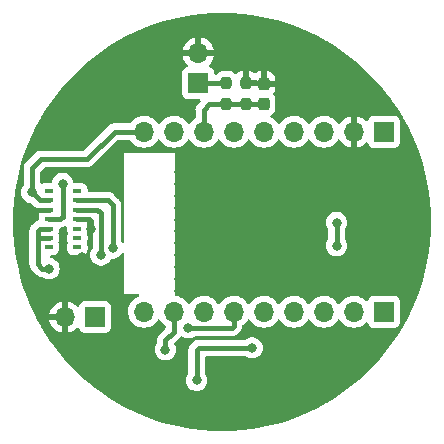
<source format=gbl>
G04 #@! TF.GenerationSoftware,KiCad,Pcbnew,7.0.2*
G04 #@! TF.CreationDate,2025-02-26T19:17:01+01:00*
G04 #@! TF.ProjectId,testESP32_2,74657374-4553-4503-9332-5f322e6b6963,rev?*
G04 #@! TF.SameCoordinates,Original*
G04 #@! TF.FileFunction,Copper,L2,Bot*
G04 #@! TF.FilePolarity,Positive*
%FSLAX46Y46*%
G04 Gerber Fmt 4.6, Leading zero omitted, Abs format (unit mm)*
G04 Created by KiCad (PCBNEW 7.0.2) date 2025-02-26 19:17:01*
%MOMM*%
%LPD*%
G01*
G04 APERTURE LIST*
G04 Aperture macros list*
%AMRoundRect*
0 Rectangle with rounded corners*
0 $1 Rounding radius*
0 $2 $3 $4 $5 $6 $7 $8 $9 X,Y pos of 4 corners*
0 Add a 4 corners polygon primitive as box body*
4,1,4,$2,$3,$4,$5,$6,$7,$8,$9,$2,$3,0*
0 Add four circle primitives for the rounded corners*
1,1,$1+$1,$2,$3*
1,1,$1+$1,$4,$5*
1,1,$1+$1,$6,$7*
1,1,$1+$1,$8,$9*
0 Add four rect primitives between the rounded corners*
20,1,$1+$1,$2,$3,$4,$5,0*
20,1,$1+$1,$4,$5,$6,$7,0*
20,1,$1+$1,$6,$7,$8,$9,0*
20,1,$1+$1,$8,$9,$2,$3,0*%
G04 Aperture macros list end*
G04 #@! TA.AperFunction,SMDPad,CuDef*
%ADD10RoundRect,0.237500X0.237500X-0.250000X0.237500X0.250000X-0.237500X0.250000X-0.237500X-0.250000X0*%
G04 #@! TD*
G04 #@! TA.AperFunction,SMDPad,CuDef*
%ADD11RoundRect,0.237500X-0.237500X0.250000X-0.237500X-0.250000X0.237500X-0.250000X0.237500X0.250000X0*%
G04 #@! TD*
G04 #@! TA.AperFunction,SMDPad,CuDef*
%ADD12RoundRect,0.237500X0.237500X-0.300000X0.237500X0.300000X-0.237500X0.300000X-0.237500X-0.300000X0*%
G04 #@! TD*
G04 #@! TA.AperFunction,ComponentPad*
%ADD13R,1.700000X1.700000*%
G04 #@! TD*
G04 #@! TA.AperFunction,ComponentPad*
%ADD14O,1.700000X1.700000*%
G04 #@! TD*
G04 #@! TA.AperFunction,SMDPad,CuDef*
%ADD15RoundRect,0.087500X0.287500X0.087500X-0.287500X0.087500X-0.287500X-0.087500X0.287500X-0.087500X0*%
G04 #@! TD*
G04 #@! TA.AperFunction,ViaPad*
%ADD16C,0.800000*%
G04 #@! TD*
G04 #@! TA.AperFunction,Conductor*
%ADD17C,0.400000*%
G04 #@! TD*
G04 APERTURE END LIST*
D10*
X202100000Y-68350000D03*
X202100000Y-66525000D03*
D11*
X200450000Y-66525000D03*
X200450000Y-68350000D03*
D12*
X203650000Y-68300000D03*
X203650000Y-66575000D03*
D13*
X213800000Y-70650000D03*
D14*
X211260000Y-70650000D03*
X208720000Y-70650000D03*
X206180000Y-70650000D03*
X203640000Y-70650000D03*
X201100000Y-70650000D03*
X198560000Y-70650000D03*
X196020000Y-70650000D03*
X193480000Y-70650000D03*
X193480000Y-85890000D03*
X196020000Y-85890000D03*
X198560000Y-85890000D03*
X201100000Y-85890000D03*
X203640000Y-85890000D03*
X206180000Y-85890000D03*
X208720000Y-85890000D03*
X211260000Y-85890000D03*
D13*
X213800000Y-85890000D03*
X189350000Y-86350000D03*
D14*
X186810000Y-86350000D03*
D13*
X198100000Y-66550000D03*
D14*
X198100000Y-64010000D03*
D15*
X187850000Y-75650000D03*
X187850000Y-76450000D03*
X187850000Y-77250000D03*
X187850000Y-78050000D03*
X187850000Y-78850000D03*
X187850000Y-79650000D03*
X187850000Y-80450000D03*
X185450000Y-80450000D03*
X185450000Y-79650000D03*
X185450000Y-78850000D03*
X185450000Y-78050000D03*
X185450000Y-77250000D03*
X185450000Y-76450000D03*
X185450000Y-75650000D03*
D16*
X209800000Y-80300000D03*
X209800000Y-78350500D03*
X185450000Y-82250000D03*
X201400000Y-62500000D03*
X206600000Y-89250000D03*
X190000000Y-66400000D03*
X206050000Y-83250000D03*
X211850000Y-89100000D03*
X206100000Y-68300000D03*
X207550000Y-73900000D03*
X183550000Y-77250000D03*
X189000000Y-78850000D03*
X196500000Y-77100000D03*
X212950000Y-75800000D03*
X188250000Y-81300000D03*
X189550000Y-68650000D03*
X204800000Y-65600000D03*
X206950000Y-77400000D03*
X205800000Y-80400000D03*
X209350000Y-64650000D03*
X203050000Y-63000000D03*
X196500000Y-80100000D03*
X189450000Y-74100000D03*
X204550000Y-75850000D03*
X203450000Y-77050000D03*
X188350000Y-82200000D03*
X196500000Y-84100000D03*
X195900000Y-92000000D03*
X196500000Y-76100000D03*
X210950000Y-77100000D03*
X187250000Y-71200000D03*
X195300000Y-62900000D03*
X205850000Y-76500000D03*
X196500000Y-83100000D03*
X200150000Y-63650000D03*
X196500000Y-75100000D03*
X188550000Y-67750000D03*
X203950000Y-93450000D03*
X196500000Y-74100000D03*
X196500000Y-79100000D03*
X196500000Y-81100000D03*
X202250000Y-93550000D03*
X213000000Y-82350000D03*
X196500000Y-78100000D03*
X196500000Y-82100000D03*
X186600000Y-75050000D03*
X197250000Y-87250500D03*
X190850000Y-80500000D03*
X189850000Y-81100000D03*
X184000000Y-75800000D03*
X197950000Y-91700000D03*
X202650000Y-88950000D03*
X195300000Y-89100000D03*
D17*
X204800000Y-66300000D02*
X204800000Y-65600000D01*
X204525000Y-66575000D02*
X204800000Y-66300000D01*
X203650000Y-66575000D02*
X204525000Y-66575000D01*
X203600000Y-66525000D02*
X203650000Y-66575000D01*
X202100000Y-66525000D02*
X203600000Y-66525000D01*
X198560000Y-68790000D02*
X199000000Y-68350000D01*
X198560000Y-70650000D02*
X198560000Y-68790000D01*
X199000000Y-68350000D02*
X200450000Y-68350000D01*
X200500000Y-68300000D02*
X200450000Y-68350000D01*
X203650000Y-68300000D02*
X200500000Y-68300000D01*
X198100000Y-66550000D02*
X200425000Y-66550000D01*
X200425000Y-66550000D02*
X200450000Y-66525000D01*
X184500000Y-79450000D02*
X184500000Y-81850000D01*
X184700000Y-78850000D02*
X184500000Y-79050000D01*
X185450000Y-78850000D02*
X184700000Y-78850000D01*
X184900000Y-82250000D02*
X185450000Y-82250000D01*
X209800000Y-80300000D02*
X209800000Y-78350500D01*
X185450000Y-79650000D02*
X184700000Y-79650000D01*
X184500000Y-79050000D02*
X184500000Y-79450000D01*
X184500000Y-81850000D02*
X184900000Y-82250000D01*
X185450000Y-77250000D02*
X183550000Y-77250000D01*
X188800000Y-78050000D02*
X188900000Y-78150000D01*
X189000000Y-78250000D02*
X189000000Y-78850000D01*
X187850000Y-78050000D02*
X188800000Y-78050000D01*
X188900000Y-78150000D02*
X189000000Y-78250000D01*
X186600000Y-75600000D02*
X186600000Y-75050000D01*
X186500000Y-77950000D02*
X186600000Y-77850000D01*
X186600000Y-77850000D02*
X186600000Y-75600000D01*
X185450000Y-78050000D02*
X186400000Y-78050000D01*
X186400000Y-78050000D02*
X186500000Y-77950000D01*
X197250000Y-87250500D02*
X200949500Y-87250500D01*
X190700000Y-76700000D02*
X190850000Y-76850000D01*
X187850000Y-76450000D02*
X190450000Y-76450000D01*
X190850000Y-76850000D02*
X190850000Y-79850000D01*
X201100000Y-87100000D02*
X201100000Y-85890000D01*
X190450000Y-76450000D02*
X190700000Y-76700000D01*
X190850000Y-79850000D02*
X190850000Y-80500000D01*
X200949500Y-87250500D02*
X201100000Y-87100000D01*
X189550000Y-77250000D02*
X189750000Y-77450000D01*
X189850000Y-77550000D02*
X189850000Y-81100000D01*
X189750000Y-77450000D02*
X189850000Y-77550000D01*
X187850000Y-77250000D02*
X189550000Y-77250000D01*
X188700000Y-72950000D02*
X184800000Y-72950000D01*
X184650000Y-76450000D02*
X185450000Y-76450000D01*
X184800000Y-72950000D02*
X184000000Y-73750000D01*
X193480000Y-70650000D02*
X191000000Y-70650000D01*
X191000000Y-70650000D02*
X188700000Y-72950000D01*
X184000000Y-73750000D02*
X184000000Y-75800000D01*
X184000000Y-75800000D02*
X184650000Y-76450000D01*
X197950000Y-91700000D02*
X197950000Y-89150000D01*
X198150000Y-88950000D02*
X202650000Y-88950000D01*
X197950000Y-89150000D02*
X198150000Y-88950000D01*
X196020000Y-87580000D02*
X196020000Y-85890000D01*
X195300000Y-88300000D02*
X196020000Y-87580000D01*
X195300000Y-89100000D02*
X195300000Y-88300000D01*
G04 #@! TA.AperFunction,Conductor*
G36*
X200939264Y-60620478D02*
G01*
X200945088Y-60620756D01*
X201779514Y-60680435D01*
X201785360Y-60680993D01*
X202615993Y-60780307D01*
X202621791Y-60781140D01*
X203446776Y-60919869D01*
X203452505Y-60920973D01*
X204269919Y-61098791D01*
X204275654Y-61100182D01*
X204736294Y-61223610D01*
X205083690Y-61316694D01*
X205089327Y-61318349D01*
X205886138Y-61573062D01*
X205891673Y-61574977D01*
X206675484Y-61867324D01*
X206680961Y-61869517D01*
X207449929Y-62198808D01*
X207455272Y-62201247D01*
X208207733Y-62566771D01*
X208212973Y-62569473D01*
X208947170Y-62970374D01*
X208952264Y-62973315D01*
X209666554Y-63408698D01*
X209671513Y-63411885D01*
X210364272Y-63880758D01*
X210369074Y-63884177D01*
X210979048Y-64340798D01*
X211038729Y-64385474D01*
X211043361Y-64389115D01*
X211688436Y-64921734D01*
X211692896Y-64925599D01*
X212311875Y-65488289D01*
X212316146Y-65492362D01*
X212907637Y-66083853D01*
X212911710Y-66088124D01*
X213474400Y-66707103D01*
X213478265Y-66711563D01*
X214005252Y-67349818D01*
X214010877Y-67356630D01*
X214014522Y-67361267D01*
X214288556Y-67727334D01*
X214515818Y-68030920D01*
X214519241Y-68035727D01*
X214988110Y-68728480D01*
X214991301Y-68733445D01*
X215426679Y-69447727D01*
X215429630Y-69452838D01*
X215830523Y-70187020D01*
X215833228Y-70192266D01*
X216198746Y-70944715D01*
X216201197Y-70950083D01*
X216530481Y-71719036D01*
X216532675Y-71724515D01*
X216825014Y-72508305D01*
X216826944Y-72513883D01*
X217081644Y-73310654D01*
X217083307Y-73316317D01*
X217299817Y-74124345D01*
X217301208Y-74130080D01*
X217479019Y-74947461D01*
X217480136Y-74953256D01*
X217618855Y-75778187D01*
X217619695Y-75784029D01*
X217719004Y-76614625D01*
X217719565Y-76620500D01*
X217779241Y-77454875D01*
X217779522Y-77460770D01*
X217799429Y-78297049D01*
X217799429Y-78302951D01*
X217779522Y-79139229D01*
X217779241Y-79145124D01*
X217719565Y-79979499D01*
X217719004Y-79985374D01*
X217619695Y-80815970D01*
X217618855Y-80821812D01*
X217480136Y-81646743D01*
X217479019Y-81652538D01*
X217301208Y-82469919D01*
X217299817Y-82475654D01*
X217083307Y-83283682D01*
X217081644Y-83289345D01*
X216826944Y-84086116D01*
X216825014Y-84091694D01*
X216532675Y-84875484D01*
X216530481Y-84880963D01*
X216201197Y-85649916D01*
X216198746Y-85655284D01*
X215833228Y-86407733D01*
X215830523Y-86412979D01*
X215429630Y-87147161D01*
X215426679Y-87152272D01*
X214991301Y-87866554D01*
X214988110Y-87871519D01*
X214519241Y-88564272D01*
X214515818Y-88569079D01*
X214014525Y-89238729D01*
X214010877Y-89243369D01*
X213478265Y-89888436D01*
X213474400Y-89892896D01*
X212911710Y-90511875D01*
X212907637Y-90516146D01*
X212316146Y-91107637D01*
X212311875Y-91111710D01*
X211692896Y-91674400D01*
X211688436Y-91678265D01*
X211043369Y-92210877D01*
X211038729Y-92214525D01*
X210369079Y-92715818D01*
X210364272Y-92719241D01*
X209671519Y-93188110D01*
X209666554Y-93191301D01*
X208952272Y-93626679D01*
X208947161Y-93629630D01*
X208212979Y-94030523D01*
X208207733Y-94033228D01*
X207455284Y-94398746D01*
X207449916Y-94401197D01*
X206680963Y-94730481D01*
X206675484Y-94732675D01*
X205891694Y-95025014D01*
X205886116Y-95026944D01*
X205089345Y-95281644D01*
X205083682Y-95283307D01*
X204275654Y-95499817D01*
X204269919Y-95501208D01*
X203452538Y-95679019D01*
X203446743Y-95680136D01*
X202621812Y-95818855D01*
X202615970Y-95819695D01*
X201785374Y-95919004D01*
X201779499Y-95919565D01*
X200945124Y-95979241D01*
X200939229Y-95979522D01*
X200102951Y-95999429D01*
X200097049Y-95999429D01*
X199260770Y-95979522D01*
X199254875Y-95979241D01*
X198420500Y-95919565D01*
X198414625Y-95919004D01*
X197584029Y-95819695D01*
X197578187Y-95818855D01*
X196753256Y-95680136D01*
X196747461Y-95679019D01*
X195930080Y-95501208D01*
X195924345Y-95499817D01*
X195116317Y-95283307D01*
X195110654Y-95281644D01*
X194313883Y-95026944D01*
X194308305Y-95025014D01*
X193524515Y-94732675D01*
X193519036Y-94730481D01*
X192750083Y-94401197D01*
X192744715Y-94398746D01*
X191992266Y-94033228D01*
X191987020Y-94030523D01*
X191252838Y-93629630D01*
X191247727Y-93626679D01*
X190533445Y-93191301D01*
X190528480Y-93188110D01*
X189835727Y-92719241D01*
X189830920Y-92715818D01*
X189372819Y-92372888D01*
X189161267Y-92214522D01*
X189156630Y-92210877D01*
X188537887Y-91700000D01*
X197044540Y-91700000D01*
X197064326Y-91888257D01*
X197122820Y-92068284D01*
X197217466Y-92232216D01*
X197344129Y-92372889D01*
X197497269Y-92484151D01*
X197670197Y-92561144D01*
X197855352Y-92600500D01*
X198044646Y-92600500D01*
X198044648Y-92600500D01*
X198168083Y-92574262D01*
X198229803Y-92561144D01*
X198402730Y-92484151D01*
X198555871Y-92372888D01*
X198682533Y-92232216D01*
X198777179Y-92068284D01*
X198835674Y-91888256D01*
X198855460Y-91700000D01*
X198835674Y-91511744D01*
X198777179Y-91331716D01*
X198777179Y-91331715D01*
X198682532Y-91167783D01*
X198682345Y-91167575D01*
X198682013Y-91166884D01*
X198676017Y-91156498D01*
X198676810Y-91156040D01*
X198652119Y-91104582D01*
X198650500Y-91084608D01*
X198650500Y-89774500D01*
X198670185Y-89707461D01*
X198722989Y-89661706D01*
X198774500Y-89650500D01*
X202041844Y-89650500D01*
X202108883Y-89670185D01*
X202114722Y-89674176D01*
X202197270Y-89734151D01*
X202197271Y-89734151D01*
X202197272Y-89734152D01*
X202370197Y-89811144D01*
X202555352Y-89850500D01*
X202744646Y-89850500D01*
X202744648Y-89850500D01*
X202868084Y-89824262D01*
X202929803Y-89811144D01*
X203102730Y-89734151D01*
X203190772Y-89670185D01*
X203255870Y-89622889D01*
X203382533Y-89482216D01*
X203477179Y-89318284D01*
X203486936Y-89288256D01*
X203535674Y-89138256D01*
X203555460Y-88950000D01*
X203535674Y-88761744D01*
X203477179Y-88581716D01*
X203477179Y-88581715D01*
X203382533Y-88417783D01*
X203255870Y-88277110D01*
X203102730Y-88165848D01*
X202929802Y-88088855D01*
X202744648Y-88049500D01*
X202744646Y-88049500D01*
X202555354Y-88049500D01*
X202555352Y-88049500D01*
X202370197Y-88088855D01*
X202197272Y-88165847D01*
X202114730Y-88225818D01*
X202048923Y-88249298D01*
X202041844Y-88249500D01*
X198174921Y-88249500D01*
X198167434Y-88249274D01*
X198107391Y-88245641D01*
X198048227Y-88256483D01*
X198040828Y-88257610D01*
X197981124Y-88264860D01*
X197971651Y-88268453D01*
X197950047Y-88274476D01*
X197940069Y-88276305D01*
X197885225Y-88300987D01*
X197878310Y-88303851D01*
X197822070Y-88325181D01*
X197813723Y-88330943D01*
X197794187Y-88341961D01*
X197784944Y-88346121D01*
X197737608Y-88383205D01*
X197731582Y-88387639D01*
X197682072Y-88421816D01*
X197642184Y-88466838D01*
X197637052Y-88472289D01*
X197472290Y-88637051D01*
X197466838Y-88642183D01*
X197421816Y-88682070D01*
X197387649Y-88731568D01*
X197383213Y-88737597D01*
X197346121Y-88784942D01*
X197341961Y-88794186D01*
X197330941Y-88813725D01*
X197325182Y-88822069D01*
X197303853Y-88878305D01*
X197300989Y-88885219D01*
X197276303Y-88940070D01*
X197274475Y-88950047D01*
X197268454Y-88971648D01*
X197264859Y-88981128D01*
X197257609Y-89040827D01*
X197256483Y-89048226D01*
X197245641Y-89107390D01*
X197249274Y-89167433D01*
X197249500Y-89174920D01*
X197249500Y-91084608D01*
X197229815Y-91151647D01*
X197217655Y-91167575D01*
X197217467Y-91167783D01*
X197122820Y-91331715D01*
X197064326Y-91511742D01*
X197044540Y-91700000D01*
X188537887Y-91700000D01*
X188511563Y-91678265D01*
X188507103Y-91674400D01*
X187888124Y-91111710D01*
X187883853Y-91107637D01*
X187292362Y-90516146D01*
X187288289Y-90511875D01*
X186725599Y-89892896D01*
X186721734Y-89888436D01*
X186718196Y-89884151D01*
X186189115Y-89243361D01*
X186185474Y-89238729D01*
X186137707Y-89174920D01*
X185684177Y-88569074D01*
X185680758Y-88564272D01*
X185644115Y-88510132D01*
X185211885Y-87871513D01*
X185208698Y-87866554D01*
X185203809Y-87858533D01*
X184773315Y-87152264D01*
X184770369Y-87147161D01*
X184754811Y-87118669D01*
X184471597Y-86600000D01*
X185479364Y-86600000D01*
X185536569Y-86813492D01*
X185636399Y-87027576D01*
X185771893Y-87221081D01*
X185938918Y-87388106D01*
X186132423Y-87523600D01*
X186346509Y-87623430D01*
X186560000Y-87680634D01*
X186560000Y-86785501D01*
X186667685Y-86834680D01*
X186774237Y-86850000D01*
X186845763Y-86850000D01*
X186952315Y-86834680D01*
X187060000Y-86785501D01*
X187060000Y-87680633D01*
X187273490Y-87623430D01*
X187487576Y-87523600D01*
X187681077Y-87388109D01*
X187803133Y-87266053D01*
X187864456Y-87232568D01*
X187934148Y-87237552D01*
X187990082Y-87279423D01*
X188006996Y-87310399D01*
X188056204Y-87442331D01*
X188142454Y-87557546D01*
X188257669Y-87643796D01*
X188392517Y-87694091D01*
X188452127Y-87700500D01*
X190247872Y-87700499D01*
X190307483Y-87694091D01*
X190442331Y-87643796D01*
X190557546Y-87557546D01*
X190643796Y-87442331D01*
X190694091Y-87307483D01*
X190700500Y-87247873D01*
X190700499Y-85452128D01*
X190694091Y-85392517D01*
X190643796Y-85257669D01*
X190557546Y-85142454D01*
X190442331Y-85056204D01*
X190307483Y-85005909D01*
X190247873Y-84999500D01*
X190244550Y-84999500D01*
X188455439Y-84999500D01*
X188455420Y-84999500D01*
X188452128Y-84999501D01*
X188448848Y-84999853D01*
X188448840Y-84999854D01*
X188392515Y-85005909D01*
X188257669Y-85056204D01*
X188142454Y-85142454D01*
X188056204Y-85257669D01*
X188006997Y-85389599D01*
X187965125Y-85445532D01*
X187899661Y-85469949D01*
X187831388Y-85455097D01*
X187803134Y-85433946D01*
X187681081Y-85311893D01*
X187487576Y-85176399D01*
X187273492Y-85076569D01*
X187060000Y-85019364D01*
X187060000Y-85914498D01*
X186952315Y-85865320D01*
X186845763Y-85850000D01*
X186774237Y-85850000D01*
X186667685Y-85865320D01*
X186560000Y-85914498D01*
X186560000Y-85019364D01*
X186559999Y-85019364D01*
X186346507Y-85076569D01*
X186132421Y-85176400D01*
X185938921Y-85311890D01*
X185771890Y-85478921D01*
X185636400Y-85672421D01*
X185536569Y-85886507D01*
X185479364Y-86099999D01*
X185479364Y-86100000D01*
X186376314Y-86100000D01*
X186350507Y-86140156D01*
X186310000Y-86278111D01*
X186310000Y-86421889D01*
X186350507Y-86559844D01*
X186376314Y-86600000D01*
X185479364Y-86600000D01*
X184471597Y-86600000D01*
X184369473Y-86412973D01*
X184366771Y-86407733D01*
X184344571Y-86362032D01*
X184001247Y-85655272D01*
X183998802Y-85649916D01*
X183915522Y-85455439D01*
X183669517Y-84880961D01*
X183667324Y-84875484D01*
X183658380Y-84851505D01*
X183374977Y-84091673D01*
X183373062Y-84086138D01*
X183118349Y-83289327D01*
X183116692Y-83283682D01*
X182900182Y-82475654D01*
X182898791Y-82469919D01*
X182874402Y-82357804D01*
X182720973Y-81652505D01*
X182719869Y-81646776D01*
X182581140Y-80821791D01*
X182580307Y-80815993D01*
X182480993Y-79985360D01*
X182480434Y-79979499D01*
X182479596Y-79967781D01*
X182420756Y-79145088D01*
X182420478Y-79139264D01*
X182400570Y-78302940D01*
X182400570Y-78297049D01*
X182400794Y-78287639D01*
X182420478Y-77460733D01*
X182420756Y-77454913D01*
X182480435Y-76620481D01*
X182480995Y-76614625D01*
X182578395Y-75800000D01*
X183094540Y-75800000D01*
X183103286Y-75883216D01*
X183114326Y-75988257D01*
X183172820Y-76168284D01*
X183267466Y-76332216D01*
X183394129Y-76472889D01*
X183547269Y-76584151D01*
X183720197Y-76661144D01*
X183875126Y-76694075D01*
X183936608Y-76727267D01*
X183937027Y-76727684D01*
X184137058Y-76927715D01*
X184142178Y-76933153D01*
X184182071Y-76978183D01*
X184182072Y-76978184D01*
X184231573Y-77012352D01*
X184237591Y-77016780D01*
X184284944Y-77053878D01*
X184294180Y-77058034D01*
X184313731Y-77069062D01*
X184322066Y-77074816D01*
X184322068Y-77074816D01*
X184322070Y-77074818D01*
X184378326Y-77096152D01*
X184385220Y-77099009D01*
X184440069Y-77123695D01*
X184450044Y-77125522D01*
X184471656Y-77131547D01*
X184481128Y-77135140D01*
X184540841Y-77142390D01*
X184548185Y-77143507D01*
X184607394Y-77154358D01*
X184664102Y-77150927D01*
X184667434Y-77150726D01*
X184674921Y-77150500D01*
X184962934Y-77150500D01*
X185029973Y-77170185D01*
X185075728Y-77222989D01*
X185085672Y-77292147D01*
X185056647Y-77355703D01*
X185010387Y-77389061D01*
X184946410Y-77415561D01*
X184898957Y-77425000D01*
X184581451Y-77425000D01*
X184581449Y-77425001D01*
X184590120Y-77490868D01*
X184636109Y-77601896D01*
X184643578Y-77671365D01*
X184636109Y-77696800D01*
X184589635Y-77808999D01*
X184589634Y-77809001D01*
X184589635Y-77809001D01*
X184574500Y-77923960D01*
X184574500Y-77928013D01*
X184574500Y-78058133D01*
X184554815Y-78125172D01*
X184502011Y-78170927D01*
X184501390Y-78171209D01*
X184435226Y-78200986D01*
X184428310Y-78203851D01*
X184372070Y-78225181D01*
X184363723Y-78230943D01*
X184344187Y-78241961D01*
X184334944Y-78246121D01*
X184287608Y-78283205D01*
X184281582Y-78287639D01*
X184232072Y-78321816D01*
X184192184Y-78366838D01*
X184187052Y-78372289D01*
X184022290Y-78537051D01*
X184016838Y-78542183D01*
X183971816Y-78582070D01*
X183937649Y-78631568D01*
X183933213Y-78637597D01*
X183896121Y-78684942D01*
X183891961Y-78694186D01*
X183880941Y-78713725D01*
X183875182Y-78722069D01*
X183853853Y-78778305D01*
X183850989Y-78785219D01*
X183826303Y-78840070D01*
X183824475Y-78850047D01*
X183818454Y-78871648D01*
X183814859Y-78881128D01*
X183807609Y-78940827D01*
X183806483Y-78948226D01*
X183795641Y-79007390D01*
X183799274Y-79067433D01*
X183799500Y-79074920D01*
X183799500Y-81825079D01*
X183799274Y-81832566D01*
X183795641Y-81892607D01*
X183806483Y-81951771D01*
X183807610Y-81959172D01*
X183814860Y-82018873D01*
X183818450Y-82028339D01*
X183824475Y-82049952D01*
X183826303Y-82059929D01*
X183850991Y-82114783D01*
X183853856Y-82121701D01*
X183875180Y-82177926D01*
X183875182Y-82177930D01*
X183880941Y-82186273D01*
X183891961Y-82205813D01*
X183896120Y-82215054D01*
X183933216Y-82262405D01*
X183937651Y-82268432D01*
X183971817Y-82317929D01*
X184016847Y-82357822D01*
X184022283Y-82362940D01*
X184387058Y-82727715D01*
X184392178Y-82733153D01*
X184432071Y-82778183D01*
X184432072Y-82778184D01*
X184481569Y-82812349D01*
X184487602Y-82816788D01*
X184534943Y-82853877D01*
X184544174Y-82858031D01*
X184563726Y-82869058D01*
X184572070Y-82874818D01*
X184628322Y-82896151D01*
X184635228Y-82899012D01*
X184690068Y-82923694D01*
X184700030Y-82925519D01*
X184721650Y-82931546D01*
X184731125Y-82935139D01*
X184731128Y-82935140D01*
X184790856Y-82942392D01*
X184798206Y-82943510D01*
X184857394Y-82954357D01*
X184857397Y-82954356D01*
X184869851Y-82956639D01*
X184920385Y-82978291D01*
X184997269Y-83034151D01*
X185170197Y-83111144D01*
X185355352Y-83150500D01*
X185544646Y-83150500D01*
X185544648Y-83150500D01*
X185668084Y-83124262D01*
X185729803Y-83111144D01*
X185902730Y-83034151D01*
X186009417Y-82956639D01*
X186055870Y-82922889D01*
X186099154Y-82874818D01*
X186182533Y-82782216D01*
X186277179Y-82618284D01*
X186335674Y-82438256D01*
X186355460Y-82250000D01*
X186335674Y-82061744D01*
X186280718Y-81892607D01*
X186277179Y-81881715D01*
X186182533Y-81717783D01*
X186055870Y-81577110D01*
X185902730Y-81465848D01*
X185729802Y-81388855D01*
X185644811Y-81370790D01*
X185583329Y-81337598D01*
X185549553Y-81276435D01*
X185554205Y-81206720D01*
X185595810Y-81150588D01*
X185661157Y-81125859D01*
X185670592Y-81125500D01*
X185771987Y-81125500D01*
X185776040Y-81125500D01*
X185890999Y-81110365D01*
X186034037Y-81051117D01*
X186156867Y-80956867D01*
X186251117Y-80834037D01*
X186310365Y-80690999D01*
X186325500Y-80576040D01*
X186325500Y-80323960D01*
X186310365Y-80209001D01*
X186264159Y-80097451D01*
X186256691Y-80027984D01*
X186264160Y-80002548D01*
X186310365Y-79890999D01*
X186325500Y-79776040D01*
X186325500Y-79523960D01*
X186310365Y-79409001D01*
X186264159Y-79297451D01*
X186256691Y-79227984D01*
X186264160Y-79202548D01*
X186310365Y-79090999D01*
X186325500Y-78976040D01*
X186325500Y-78879000D01*
X186345185Y-78811962D01*
X186397989Y-78766207D01*
X186428435Y-78760560D01*
X186427796Y-78757072D01*
X186442605Y-78754357D01*
X186442606Y-78754358D01*
X186501782Y-78743513D01*
X186509181Y-78742387D01*
X186568872Y-78735140D01*
X186578335Y-78731550D01*
X186599958Y-78725522D01*
X186609932Y-78723695D01*
X186664808Y-78698996D01*
X186671673Y-78696152D01*
X186727930Y-78674818D01*
X186736270Y-78669060D01*
X186755819Y-78658035D01*
X186765057Y-78653878D01*
X186774026Y-78646850D01*
X186838937Y-78621001D01*
X186907520Y-78634349D01*
X186958000Y-78682656D01*
X186974500Y-78744461D01*
X186974500Y-78976040D01*
X186975029Y-78980058D01*
X186989635Y-79091000D01*
X187035839Y-79202548D01*
X187043308Y-79272017D01*
X187035839Y-79297452D01*
X186989635Y-79408999D01*
X186989634Y-79409001D01*
X186989635Y-79409001D01*
X186974500Y-79523960D01*
X186974500Y-79776040D01*
X186975029Y-79780058D01*
X186989635Y-79891000D01*
X187035839Y-80002548D01*
X187043308Y-80072017D01*
X187035839Y-80097452D01*
X186989635Y-80208999D01*
X186977654Y-80300000D01*
X186974500Y-80323960D01*
X186974500Y-80576040D01*
X186975029Y-80580058D01*
X186989635Y-80691000D01*
X187048882Y-80834036D01*
X187143132Y-80956867D01*
X187241332Y-81032217D01*
X187265963Y-81051117D01*
X187409001Y-81110365D01*
X187523960Y-81125500D01*
X188171987Y-81125500D01*
X188176040Y-81125500D01*
X188290999Y-81110365D01*
X188434037Y-81051117D01*
X188556867Y-80956867D01*
X188651117Y-80834037D01*
X188710365Y-80690999D01*
X188725500Y-80576040D01*
X188725500Y-80323960D01*
X188710365Y-80209001D01*
X188664159Y-80097451D01*
X188656691Y-80027984D01*
X188664160Y-80002548D01*
X188710365Y-79890999D01*
X188725500Y-79776040D01*
X188725500Y-79523960D01*
X188710365Y-79409001D01*
X188664159Y-79297451D01*
X188656691Y-79227984D01*
X188664160Y-79202548D01*
X188710365Y-79090999D01*
X188725500Y-78976040D01*
X188725500Y-78723960D01*
X188710365Y-78609001D01*
X188663889Y-78496799D01*
X188656421Y-78427331D01*
X188663890Y-78401895D01*
X188709878Y-78290867D01*
X188718551Y-78225000D01*
X188401043Y-78225000D01*
X188353590Y-78215561D01*
X188352373Y-78215057D01*
X188290999Y-78189635D01*
X188290998Y-78189634D01*
X188289613Y-78189061D01*
X188235210Y-78145220D01*
X188213145Y-78078926D01*
X188230424Y-78011227D01*
X188281561Y-77963616D01*
X188337066Y-77950500D01*
X189025500Y-77950500D01*
X189092539Y-77970185D01*
X189138294Y-78022989D01*
X189149500Y-78074500D01*
X189149500Y-80484608D01*
X189129815Y-80551647D01*
X189117655Y-80567575D01*
X189117467Y-80567783D01*
X189022820Y-80731715D01*
X188964326Y-80911742D01*
X188944540Y-81099999D01*
X188964326Y-81288257D01*
X189022820Y-81468284D01*
X189117466Y-81632216D01*
X189244129Y-81772889D01*
X189397269Y-81884151D01*
X189570197Y-81961144D01*
X189755352Y-82000500D01*
X189944646Y-82000500D01*
X189944648Y-82000500D01*
X190068084Y-81974262D01*
X190129803Y-81961144D01*
X190302730Y-81884151D01*
X190455871Y-81772888D01*
X190582533Y-81632216D01*
X190677179Y-81468284D01*
X190677178Y-81468284D01*
X190680518Y-81462501D01*
X190731084Y-81414285D01*
X190787905Y-81400500D01*
X190944648Y-81400500D01*
X191068084Y-81374262D01*
X191129803Y-81361144D01*
X191302730Y-81284151D01*
X191455871Y-81172888D01*
X191582533Y-81032216D01*
X191608612Y-80987044D01*
X191659179Y-80938829D01*
X191727786Y-80925605D01*
X191792651Y-80951573D01*
X191833180Y-81008487D01*
X191840000Y-81049044D01*
X191840000Y-84370000D01*
X192992910Y-84370000D01*
X193059949Y-84389685D01*
X193105704Y-84442489D01*
X193115648Y-84511647D01*
X193086623Y-84575203D01*
X193027845Y-84612977D01*
X193025003Y-84613775D01*
X193016336Y-84616097D01*
X192802170Y-84715965D01*
X192608598Y-84851505D01*
X192441505Y-85018598D01*
X192305965Y-85212170D01*
X192206097Y-85426336D01*
X192144936Y-85654592D01*
X192124340Y-85889999D01*
X192144936Y-86125407D01*
X192185853Y-86278111D01*
X192206097Y-86353663D01*
X192305965Y-86567830D01*
X192441505Y-86761401D01*
X192608599Y-86928495D01*
X192802170Y-87064035D01*
X193016337Y-87163903D01*
X193244592Y-87225063D01*
X193480000Y-87245659D01*
X193715408Y-87225063D01*
X193943663Y-87163903D01*
X194157830Y-87064035D01*
X194351401Y-86928495D01*
X194518495Y-86761401D01*
X194648426Y-86575839D01*
X194703002Y-86532216D01*
X194772500Y-86525022D01*
X194834855Y-86556545D01*
X194851571Y-86575837D01*
X194981505Y-86761401D01*
X195148599Y-86928495D01*
X195225485Y-86982331D01*
X195266623Y-87011136D01*
X195310248Y-87065713D01*
X195319500Y-87112711D01*
X195319500Y-87238480D01*
X195299815Y-87305519D01*
X195283181Y-87326161D01*
X194822290Y-87787051D01*
X194816838Y-87792183D01*
X194771816Y-87832070D01*
X194737649Y-87881568D01*
X194733213Y-87887597D01*
X194696121Y-87934942D01*
X194691961Y-87944186D01*
X194680941Y-87963725D01*
X194675182Y-87972069D01*
X194653853Y-88028305D01*
X194650989Y-88035219D01*
X194626303Y-88090070D01*
X194624475Y-88100047D01*
X194618454Y-88121648D01*
X194614859Y-88131128D01*
X194607609Y-88190827D01*
X194606483Y-88198226D01*
X194595641Y-88257390D01*
X194599274Y-88317433D01*
X194599500Y-88324920D01*
X194599500Y-88484608D01*
X194579815Y-88551647D01*
X194567655Y-88567575D01*
X194567467Y-88567783D01*
X194472820Y-88731715D01*
X194414326Y-88911742D01*
X194394540Y-89100000D01*
X194414326Y-89288257D01*
X194472820Y-89468284D01*
X194567466Y-89632216D01*
X194694129Y-89772889D01*
X194847269Y-89884151D01*
X195020197Y-89961144D01*
X195205352Y-90000500D01*
X195394646Y-90000500D01*
X195394648Y-90000500D01*
X195518083Y-89974262D01*
X195579803Y-89961144D01*
X195752730Y-89884151D01*
X195853216Y-89811144D01*
X195905870Y-89772889D01*
X196032533Y-89632216D01*
X196127179Y-89468284D01*
X196175917Y-89318284D01*
X196185674Y-89288256D01*
X196205460Y-89100000D01*
X196185674Y-88911744D01*
X196129090Y-88737597D01*
X196127179Y-88731715D01*
X196076571Y-88644059D01*
X196060098Y-88576159D01*
X196082951Y-88510132D01*
X196096271Y-88494384D01*
X196497731Y-88092924D01*
X196503150Y-88087823D01*
X196548183Y-88047929D01*
X196565317Y-88023105D01*
X196619599Y-87979115D01*
X196689047Y-87971454D01*
X196740251Y-87993225D01*
X196743170Y-87995345D01*
X196797272Y-88034653D01*
X196970197Y-88111644D01*
X197155352Y-88151000D01*
X197344646Y-88151000D01*
X197344648Y-88151000D01*
X197482737Y-88121648D01*
X197529803Y-88111644D01*
X197702730Y-88034651D01*
X197785270Y-87974681D01*
X197851077Y-87951202D01*
X197858156Y-87951000D01*
X200924579Y-87951000D01*
X200932066Y-87951226D01*
X200935206Y-87951415D01*
X200992106Y-87954858D01*
X201051282Y-87944013D01*
X201058681Y-87942887D01*
X201118372Y-87935640D01*
X201127835Y-87932050D01*
X201149458Y-87926022D01*
X201159432Y-87924195D01*
X201214308Y-87899496D01*
X201221173Y-87896652D01*
X201277430Y-87875318D01*
X201285770Y-87869560D01*
X201305319Y-87858535D01*
X201314557Y-87854378D01*
X201361913Y-87817275D01*
X201367920Y-87812855D01*
X201417429Y-87778683D01*
X201457323Y-87733650D01*
X201462424Y-87728231D01*
X201577731Y-87612924D01*
X201583150Y-87607823D01*
X201628183Y-87567929D01*
X201662351Y-87518426D01*
X201666763Y-87512428D01*
X201703878Y-87465057D01*
X201708034Y-87455820D01*
X201719062Y-87436267D01*
X201724818Y-87427930D01*
X201746153Y-87371671D01*
X201748997Y-87364803D01*
X201773694Y-87309932D01*
X201775519Y-87299970D01*
X201781545Y-87278348D01*
X201785140Y-87268872D01*
X201792389Y-87209165D01*
X201793516Y-87201762D01*
X201804357Y-87142606D01*
X201802909Y-87118668D01*
X201818510Y-87050563D01*
X201855558Y-87009608D01*
X201971401Y-86928495D01*
X202138495Y-86761401D01*
X202268426Y-86575839D01*
X202323002Y-86532216D01*
X202392500Y-86525022D01*
X202454855Y-86556545D01*
X202471571Y-86575837D01*
X202601505Y-86761401D01*
X202768599Y-86928495D01*
X202962170Y-87064035D01*
X203176337Y-87163903D01*
X203404592Y-87225063D01*
X203640000Y-87245659D01*
X203875408Y-87225063D01*
X204103663Y-87163903D01*
X204317830Y-87064035D01*
X204511401Y-86928495D01*
X204678495Y-86761401D01*
X204808426Y-86575839D01*
X204863002Y-86532216D01*
X204932500Y-86525022D01*
X204994855Y-86556545D01*
X205011571Y-86575837D01*
X205141505Y-86761401D01*
X205308599Y-86928495D01*
X205502170Y-87064035D01*
X205716337Y-87163903D01*
X205944592Y-87225063D01*
X206180000Y-87245659D01*
X206415408Y-87225063D01*
X206643663Y-87163903D01*
X206857830Y-87064035D01*
X207051401Y-86928495D01*
X207218495Y-86761401D01*
X207348426Y-86575839D01*
X207403002Y-86532217D01*
X207472501Y-86525024D01*
X207534855Y-86556546D01*
X207551571Y-86575837D01*
X207681505Y-86761401D01*
X207848599Y-86928495D01*
X208042170Y-87064035D01*
X208256337Y-87163903D01*
X208469731Y-87221081D01*
X208484592Y-87225063D01*
X208719999Y-87245659D01*
X208719999Y-87245658D01*
X208720000Y-87245659D01*
X208955408Y-87225063D01*
X209183663Y-87163903D01*
X209397830Y-87064035D01*
X209591401Y-86928495D01*
X209758495Y-86761401D01*
X209888426Y-86575839D01*
X209943002Y-86532217D01*
X210012501Y-86525024D01*
X210074855Y-86556546D01*
X210091571Y-86575837D01*
X210221505Y-86761401D01*
X210388599Y-86928495D01*
X210582170Y-87064035D01*
X210796337Y-87163903D01*
X211009731Y-87221081D01*
X211024592Y-87225063D01*
X211259999Y-87245659D01*
X211259999Y-87245658D01*
X211260000Y-87245659D01*
X211495408Y-87225063D01*
X211723663Y-87163903D01*
X211937830Y-87064035D01*
X212131401Y-86928495D01*
X212253329Y-86806566D01*
X212314648Y-86773084D01*
X212384340Y-86778068D01*
X212440274Y-86819939D01*
X212457189Y-86850916D01*
X212506204Y-86982331D01*
X212592454Y-87097546D01*
X212707669Y-87183796D01*
X212842517Y-87234091D01*
X212902127Y-87240500D01*
X214697872Y-87240499D01*
X214757483Y-87234091D01*
X214892331Y-87183796D01*
X215007546Y-87097546D01*
X215093796Y-86982331D01*
X215144091Y-86847483D01*
X215150500Y-86787873D01*
X215150499Y-84992128D01*
X215144091Y-84932517D01*
X215093796Y-84797669D01*
X215007546Y-84682454D01*
X214892331Y-84596204D01*
X214757483Y-84545909D01*
X214697873Y-84539500D01*
X214694550Y-84539500D01*
X212905439Y-84539500D01*
X212905420Y-84539500D01*
X212902128Y-84539501D01*
X212898848Y-84539853D01*
X212898840Y-84539854D01*
X212842515Y-84545909D01*
X212707669Y-84596204D01*
X212592454Y-84682454D01*
X212506204Y-84797669D01*
X212457189Y-84929083D01*
X212415317Y-84985016D01*
X212349852Y-85009433D01*
X212281580Y-84994581D01*
X212253326Y-84973430D01*
X212131404Y-84851508D01*
X212131401Y-84851505D01*
X211937830Y-84715965D01*
X211723663Y-84616097D01*
X211662501Y-84599709D01*
X211495407Y-84554936D01*
X211259999Y-84534340D01*
X211024592Y-84554936D01*
X210796336Y-84616097D01*
X210582170Y-84715965D01*
X210388598Y-84851505D01*
X210221505Y-85018598D01*
X210091575Y-85204159D01*
X210036998Y-85247784D01*
X209967500Y-85254978D01*
X209905145Y-85223455D01*
X209888425Y-85204159D01*
X209784826Y-85056204D01*
X209758495Y-85018599D01*
X209591401Y-84851505D01*
X209397830Y-84715965D01*
X209183663Y-84616097D01*
X209122502Y-84599709D01*
X208955407Y-84554936D01*
X208719999Y-84534340D01*
X208484592Y-84554936D01*
X208256336Y-84616097D01*
X208042170Y-84715965D01*
X207848598Y-84851505D01*
X207681505Y-85018598D01*
X207551575Y-85204159D01*
X207496998Y-85247784D01*
X207427500Y-85254978D01*
X207365145Y-85223455D01*
X207348425Y-85204159D01*
X207244826Y-85056204D01*
X207218495Y-85018599D01*
X207051401Y-84851505D01*
X206857830Y-84715965D01*
X206643663Y-84616097D01*
X206582502Y-84599709D01*
X206415407Y-84554936D01*
X206180000Y-84534340D01*
X205944592Y-84554936D01*
X205716336Y-84616097D01*
X205502170Y-84715965D01*
X205308598Y-84851505D01*
X205141505Y-85018598D01*
X205011575Y-85204159D01*
X204956998Y-85247784D01*
X204887500Y-85254978D01*
X204825145Y-85223455D01*
X204808425Y-85204159D01*
X204704826Y-85056204D01*
X204678495Y-85018599D01*
X204511401Y-84851505D01*
X204317830Y-84715965D01*
X204103663Y-84616097D01*
X204042502Y-84599709D01*
X203875407Y-84554936D01*
X203640000Y-84534340D01*
X203404592Y-84554936D01*
X203176336Y-84616097D01*
X202962170Y-84715965D01*
X202768598Y-84851505D01*
X202601505Y-85018598D01*
X202471575Y-85204159D01*
X202416998Y-85247784D01*
X202347500Y-85254978D01*
X202285145Y-85223455D01*
X202268425Y-85204159D01*
X202164826Y-85056204D01*
X202138495Y-85018599D01*
X201971401Y-84851505D01*
X201777830Y-84715965D01*
X201563663Y-84616097D01*
X201502502Y-84599709D01*
X201335407Y-84554936D01*
X201099999Y-84534340D01*
X200864592Y-84554936D01*
X200636336Y-84616097D01*
X200422170Y-84715965D01*
X200228598Y-84851505D01*
X200061505Y-85018598D01*
X199931575Y-85204159D01*
X199876998Y-85247784D01*
X199807500Y-85254978D01*
X199745145Y-85223455D01*
X199728425Y-85204159D01*
X199624826Y-85056204D01*
X199598495Y-85018599D01*
X199431401Y-84851505D01*
X199237830Y-84715965D01*
X199023663Y-84616097D01*
X198962502Y-84599709D01*
X198795407Y-84554936D01*
X198560000Y-84534340D01*
X198324592Y-84554936D01*
X198096336Y-84616097D01*
X197882170Y-84715965D01*
X197688598Y-84851505D01*
X197521508Y-85018595D01*
X197521507Y-85018597D01*
X197521505Y-85018599D01*
X197495174Y-85056204D01*
X197391574Y-85204160D01*
X197336997Y-85247785D01*
X197267498Y-85254977D01*
X197205144Y-85223455D01*
X197188429Y-85204164D01*
X197058495Y-85018599D01*
X196891401Y-84851505D01*
X196697830Y-84715965D01*
X196483663Y-84616097D01*
X196422501Y-84599709D01*
X196255407Y-84554936D01*
X196198154Y-84549927D01*
X196133085Y-84524474D01*
X196092107Y-84467883D01*
X196088229Y-84398121D01*
X196090000Y-84394938D01*
X196090000Y-80299999D01*
X208894540Y-80299999D01*
X208914326Y-80488257D01*
X208972820Y-80668284D01*
X209067466Y-80832216D01*
X209194129Y-80972889D01*
X209347269Y-81084151D01*
X209520197Y-81161144D01*
X209705352Y-81200500D01*
X209894646Y-81200500D01*
X209894648Y-81200500D01*
X210024551Y-81172888D01*
X210079803Y-81161144D01*
X210252730Y-81084151D01*
X210356873Y-81008487D01*
X210405870Y-80972889D01*
X210532533Y-80832216D01*
X210627179Y-80668284D01*
X210685674Y-80488256D01*
X210705460Y-80300000D01*
X210685674Y-80111744D01*
X210638897Y-79967781D01*
X210627179Y-79931715D01*
X210539619Y-79780058D01*
X210532533Y-79767784D01*
X210532345Y-79767575D01*
X210532013Y-79766884D01*
X210526017Y-79756498D01*
X210526810Y-79756040D01*
X210502119Y-79704582D01*
X210500500Y-79684608D01*
X210500500Y-78965891D01*
X210520185Y-78898852D01*
X210532354Y-78882915D01*
X210532387Y-78882877D01*
X210532533Y-78882716D01*
X210627179Y-78718784D01*
X210685674Y-78538756D01*
X210705460Y-78350500D01*
X210685674Y-78162244D01*
X210640427Y-78022989D01*
X210627179Y-77982215D01*
X210532533Y-77818283D01*
X210405870Y-77677610D01*
X210252730Y-77566348D01*
X210079802Y-77489355D01*
X209894648Y-77450000D01*
X209894646Y-77450000D01*
X209705354Y-77450000D01*
X209705352Y-77450000D01*
X209520197Y-77489355D01*
X209347269Y-77566348D01*
X209194129Y-77677610D01*
X209067466Y-77818283D01*
X208972820Y-77982215D01*
X208914326Y-78162242D01*
X208894540Y-78350500D01*
X208914326Y-78538757D01*
X208972820Y-78718784D01*
X209067465Y-78882714D01*
X209067646Y-78882915D01*
X209067964Y-78883578D01*
X209073983Y-78894003D01*
X209073188Y-78894461D01*
X209097879Y-78945905D01*
X209099500Y-78965891D01*
X209099500Y-79684608D01*
X209079815Y-79751647D01*
X209067655Y-79767575D01*
X209067467Y-79767783D01*
X208972820Y-79931715D01*
X208914326Y-80111742D01*
X208894540Y-80299999D01*
X196090000Y-80299999D01*
X196090000Y-72420000D01*
X191840000Y-72420000D01*
X191840000Y-79950955D01*
X191820315Y-80017994D01*
X191767511Y-80063749D01*
X191698353Y-80073693D01*
X191634797Y-80044668D01*
X191608613Y-80012956D01*
X191602603Y-80002547D01*
X191582533Y-79967784D01*
X191582532Y-79967783D01*
X191582531Y-79967781D01*
X191582345Y-79967575D01*
X191582016Y-79966889D01*
X191576017Y-79956499D01*
X191576810Y-79956040D01*
X191552119Y-79904582D01*
X191550500Y-79884608D01*
X191550500Y-76874919D01*
X191550726Y-76867432D01*
X191554358Y-76807394D01*
X191543507Y-76748185D01*
X191542390Y-76740840D01*
X191535140Y-76681128D01*
X191531546Y-76671651D01*
X191525521Y-76650034D01*
X191523695Y-76640068D01*
X191499009Y-76585218D01*
X191496151Y-76578322D01*
X191474818Y-76522070D01*
X191469061Y-76513730D01*
X191458035Y-76494181D01*
X191453877Y-76484941D01*
X191416785Y-76437597D01*
X191412355Y-76431577D01*
X191378183Y-76382071D01*
X191333153Y-76342178D01*
X191327715Y-76337058D01*
X190962940Y-75972283D01*
X190957822Y-75966847D01*
X190917929Y-75921817D01*
X190868432Y-75887651D01*
X190862405Y-75883216D01*
X190815054Y-75846120D01*
X190805813Y-75841961D01*
X190786273Y-75830941D01*
X190777930Y-75825182D01*
X190777927Y-75825181D01*
X190777926Y-75825180D01*
X190721701Y-75803856D01*
X190714783Y-75800991D01*
X190659929Y-75776303D01*
X190649952Y-75774475D01*
X190628339Y-75768450D01*
X190618873Y-75764860D01*
X190559172Y-75757610D01*
X190551771Y-75756483D01*
X190492607Y-75745641D01*
X190432566Y-75749274D01*
X190425079Y-75749500D01*
X188849500Y-75749500D01*
X188782461Y-75729815D01*
X188736706Y-75677011D01*
X188725500Y-75625500D01*
X188725500Y-75528013D01*
X188725500Y-75523960D01*
X188710365Y-75409001D01*
X188651117Y-75265963D01*
X188640132Y-75251647D01*
X188556867Y-75143132D01*
X188434036Y-75048882D01*
X188291000Y-74989635D01*
X188180058Y-74975029D01*
X188176040Y-74974500D01*
X188171987Y-74974500D01*
X187609176Y-74974500D01*
X187542137Y-74954815D01*
X187496382Y-74902011D01*
X187485855Y-74863463D01*
X187485674Y-74861742D01*
X187427179Y-74681715D01*
X187332533Y-74517783D01*
X187205870Y-74377110D01*
X187052730Y-74265848D01*
X186879802Y-74188855D01*
X186694648Y-74149500D01*
X186694646Y-74149500D01*
X186505354Y-74149500D01*
X186505352Y-74149500D01*
X186320197Y-74188855D01*
X186147269Y-74265848D01*
X185994129Y-74377110D01*
X185867466Y-74517783D01*
X185772820Y-74681715D01*
X185714326Y-74861742D01*
X185714325Y-74861744D01*
X185714326Y-74861744D01*
X185714145Y-74863465D01*
X185712347Y-74867833D01*
X185710299Y-74874139D01*
X185709817Y-74873982D01*
X185687561Y-74928077D01*
X185630263Y-74968061D01*
X185590825Y-74974500D01*
X185123960Y-74974500D01*
X185119942Y-74975028D01*
X185119941Y-74975029D01*
X185008999Y-74989635D01*
X184871952Y-75046401D01*
X184802483Y-75053870D01*
X184740004Y-75022594D01*
X184704352Y-74962505D01*
X184700500Y-74931840D01*
X184700500Y-74091518D01*
X184720185Y-74024479D01*
X184736814Y-74003842D01*
X185053838Y-73686819D01*
X185115161Y-73653334D01*
X185141519Y-73650500D01*
X188675079Y-73650500D01*
X188682566Y-73650726D01*
X188685706Y-73650915D01*
X188742606Y-73654358D01*
X188801782Y-73643513D01*
X188809181Y-73642387D01*
X188868872Y-73635140D01*
X188878335Y-73631550D01*
X188899958Y-73625522D01*
X188909932Y-73623695D01*
X188964808Y-73598996D01*
X188971673Y-73596152D01*
X189027930Y-73574818D01*
X189036270Y-73569060D01*
X189055819Y-73558035D01*
X189065057Y-73553878D01*
X189112413Y-73516775D01*
X189118420Y-73512355D01*
X189167929Y-73478183D01*
X189207823Y-73433150D01*
X189212924Y-73427731D01*
X191253837Y-71386819D01*
X191315161Y-71353334D01*
X191341519Y-71350500D01*
X192257289Y-71350500D01*
X192324328Y-71370185D01*
X192358863Y-71403376D01*
X192441505Y-71521401D01*
X192608599Y-71688495D01*
X192802170Y-71824035D01*
X193016337Y-71923903D01*
X193244592Y-71985063D01*
X193480000Y-72005659D01*
X193715408Y-71985063D01*
X193943663Y-71923903D01*
X194157830Y-71824035D01*
X194351401Y-71688495D01*
X194518495Y-71521401D01*
X194648426Y-71335839D01*
X194703002Y-71292216D01*
X194772500Y-71285022D01*
X194834855Y-71316545D01*
X194851571Y-71335837D01*
X194981505Y-71521401D01*
X195148599Y-71688495D01*
X195342170Y-71824035D01*
X195556337Y-71923903D01*
X195784592Y-71985063D01*
X196020000Y-72005659D01*
X196255408Y-71985063D01*
X196483663Y-71923903D01*
X196697830Y-71824035D01*
X196891401Y-71688495D01*
X197058495Y-71521401D01*
X197188426Y-71335839D01*
X197243002Y-71292216D01*
X197312500Y-71285022D01*
X197374855Y-71316545D01*
X197391571Y-71335837D01*
X197521505Y-71521401D01*
X197688599Y-71688495D01*
X197882170Y-71824035D01*
X198096337Y-71923903D01*
X198308059Y-71980633D01*
X198324592Y-71985063D01*
X198559999Y-72005659D01*
X198559999Y-72005658D01*
X198560000Y-72005659D01*
X198795408Y-71985063D01*
X199023663Y-71923903D01*
X199237830Y-71824035D01*
X199431401Y-71688495D01*
X199598495Y-71521401D01*
X199728426Y-71335839D01*
X199783002Y-71292216D01*
X199852500Y-71285022D01*
X199914855Y-71316545D01*
X199931571Y-71335837D01*
X200061505Y-71521401D01*
X200228599Y-71688495D01*
X200422170Y-71824035D01*
X200636337Y-71923903D01*
X200864592Y-71985063D01*
X201100000Y-72005659D01*
X201335408Y-71985063D01*
X201563663Y-71923903D01*
X201777830Y-71824035D01*
X201971401Y-71688495D01*
X202138495Y-71521401D01*
X202268426Y-71335839D01*
X202323002Y-71292216D01*
X202392500Y-71285022D01*
X202454855Y-71316545D01*
X202471571Y-71335837D01*
X202601505Y-71521401D01*
X202768599Y-71688495D01*
X202962170Y-71824035D01*
X203176337Y-71923903D01*
X203404592Y-71985063D01*
X203640000Y-72005659D01*
X203875408Y-71985063D01*
X204103663Y-71923903D01*
X204317830Y-71824035D01*
X204511401Y-71688495D01*
X204678495Y-71521401D01*
X204808426Y-71335839D01*
X204863002Y-71292216D01*
X204932500Y-71285022D01*
X204994855Y-71316545D01*
X205011571Y-71335837D01*
X205141505Y-71521401D01*
X205308599Y-71688495D01*
X205502170Y-71824035D01*
X205716337Y-71923903D01*
X205928059Y-71980633D01*
X205944592Y-71985063D01*
X206179999Y-72005659D01*
X206179999Y-72005658D01*
X206180000Y-72005659D01*
X206415408Y-71985063D01*
X206643663Y-71923903D01*
X206857830Y-71824035D01*
X207051401Y-71688495D01*
X207218495Y-71521401D01*
X207348426Y-71335839D01*
X207403002Y-71292217D01*
X207472501Y-71285024D01*
X207534855Y-71316546D01*
X207551571Y-71335837D01*
X207681505Y-71521401D01*
X207848599Y-71688495D01*
X208042170Y-71824035D01*
X208256337Y-71923903D01*
X208468059Y-71980633D01*
X208484592Y-71985063D01*
X208719999Y-72005659D01*
X208719999Y-72005658D01*
X208720000Y-72005659D01*
X208955408Y-71985063D01*
X209183663Y-71923903D01*
X209397830Y-71824035D01*
X209591401Y-71688495D01*
X209758495Y-71521401D01*
X209888732Y-71335403D01*
X209943307Y-71291780D01*
X210012805Y-71284586D01*
X210075160Y-71316109D01*
X210091880Y-71335404D01*
X210221893Y-71521081D01*
X210388918Y-71688106D01*
X210582423Y-71823600D01*
X210796509Y-71923430D01*
X211010000Y-71980634D01*
X211010000Y-71085501D01*
X211117685Y-71134680D01*
X211224237Y-71150000D01*
X211295763Y-71150000D01*
X211402315Y-71134680D01*
X211509999Y-71085501D01*
X211509999Y-71980633D01*
X211723491Y-71923430D01*
X211937576Y-71823600D01*
X212131077Y-71688109D01*
X212253133Y-71566053D01*
X212314456Y-71532568D01*
X212384148Y-71537552D01*
X212440082Y-71579423D01*
X212456996Y-71610399D01*
X212506204Y-71742331D01*
X212592454Y-71857546D01*
X212707669Y-71943796D01*
X212842517Y-71994091D01*
X212902127Y-72000500D01*
X214697872Y-72000499D01*
X214757483Y-71994091D01*
X214892331Y-71943796D01*
X215007546Y-71857546D01*
X215093796Y-71742331D01*
X215144091Y-71607483D01*
X215150500Y-71547873D01*
X215150499Y-69752128D01*
X215144091Y-69692517D01*
X215093796Y-69557669D01*
X215007546Y-69442454D01*
X214892331Y-69356204D01*
X214757483Y-69305909D01*
X214697873Y-69299500D01*
X214694550Y-69299500D01*
X212905439Y-69299500D01*
X212905420Y-69299500D01*
X212902128Y-69299501D01*
X212898848Y-69299853D01*
X212898840Y-69299854D01*
X212842515Y-69305909D01*
X212707669Y-69356204D01*
X212592454Y-69442454D01*
X212506204Y-69557669D01*
X212456997Y-69689599D01*
X212415125Y-69745532D01*
X212349661Y-69769949D01*
X212281388Y-69755097D01*
X212253134Y-69733946D01*
X212131081Y-69611893D01*
X211937576Y-69476399D01*
X211723492Y-69376569D01*
X211509999Y-69319364D01*
X211509999Y-70214498D01*
X211402315Y-70165320D01*
X211295763Y-70150000D01*
X211224237Y-70150000D01*
X211117685Y-70165320D01*
X211010000Y-70214498D01*
X211010000Y-69319364D01*
X211009999Y-69319364D01*
X210796507Y-69376569D01*
X210582421Y-69476400D01*
X210388921Y-69611890D01*
X210221893Y-69778918D01*
X210091880Y-69964596D01*
X210037303Y-70008220D01*
X209967804Y-70015413D01*
X209905450Y-69983891D01*
X209888730Y-69964595D01*
X209758495Y-69778599D01*
X209591401Y-69611505D01*
X209397830Y-69475965D01*
X209183663Y-69376097D01*
X209122502Y-69359709D01*
X208955407Y-69314936D01*
X208719999Y-69294340D01*
X208484592Y-69314936D01*
X208256336Y-69376097D01*
X208042170Y-69475965D01*
X207848598Y-69611505D01*
X207681505Y-69778598D01*
X207551575Y-69964159D01*
X207496998Y-70007784D01*
X207427500Y-70014978D01*
X207365145Y-69983455D01*
X207348425Y-69964159D01*
X207218494Y-69778598D01*
X207051404Y-69611508D01*
X207051403Y-69611508D01*
X207051401Y-69611505D01*
X206857830Y-69475965D01*
X206643663Y-69376097D01*
X206582501Y-69359709D01*
X206415407Y-69314936D01*
X206180000Y-69294340D01*
X205944592Y-69314936D01*
X205716336Y-69376097D01*
X205502170Y-69475965D01*
X205308598Y-69611505D01*
X205141505Y-69778598D01*
X205011575Y-69964159D01*
X204956998Y-70007784D01*
X204887500Y-70014978D01*
X204825145Y-69983455D01*
X204808425Y-69964159D01*
X204678494Y-69778598D01*
X204511404Y-69611508D01*
X204511404Y-69611507D01*
X204511401Y-69611505D01*
X204317830Y-69475965D01*
X204273002Y-69455061D01*
X204220564Y-69408889D01*
X204201413Y-69341695D01*
X204221629Y-69274814D01*
X204260311Y-69237142D01*
X204348350Y-69182840D01*
X204470340Y-69060850D01*
X204560908Y-68914016D01*
X204615174Y-68750253D01*
X204625500Y-68649177D01*
X204625499Y-67950824D01*
X204615174Y-67849747D01*
X204560908Y-67685984D01*
X204470340Y-67539150D01*
X204456019Y-67524829D01*
X204422532Y-67463507D01*
X204427515Y-67393815D01*
X204456019Y-67349463D01*
X204469945Y-67335536D01*
X204560452Y-67188804D01*
X204614681Y-67025151D01*
X204624680Y-66927277D01*
X204625000Y-66920999D01*
X204625000Y-66825000D01*
X202736362Y-66825000D01*
X202669323Y-66805315D01*
X202648681Y-66788681D01*
X202635000Y-66775000D01*
X201974000Y-66775000D01*
X201906961Y-66755315D01*
X201861206Y-66702511D01*
X201850000Y-66651000D01*
X201850000Y-66274999D01*
X202349999Y-66274999D01*
X202350000Y-66275000D01*
X203013638Y-66275000D01*
X203080677Y-66294685D01*
X203101319Y-66311319D01*
X203115000Y-66325000D01*
X203400000Y-66325000D01*
X203400000Y-65537500D01*
X203900000Y-65537500D01*
X203900000Y-66325000D01*
X204624999Y-66325000D01*
X204624999Y-66229002D01*
X204624678Y-66222720D01*
X204614681Y-66124849D01*
X204560453Y-65961198D01*
X204469943Y-65814459D01*
X204348040Y-65692556D01*
X204201301Y-65602046D01*
X204037651Y-65547818D01*
X203939777Y-65537819D01*
X203933500Y-65537500D01*
X203900000Y-65537500D01*
X203400000Y-65537500D01*
X203366504Y-65537500D01*
X203360219Y-65537821D01*
X203262349Y-65547818D01*
X203098698Y-65602046D01*
X202940097Y-65699873D01*
X202872704Y-65718313D01*
X202809903Y-65699873D01*
X202651301Y-65602046D01*
X202487651Y-65547818D01*
X202389777Y-65537819D01*
X202383500Y-65537500D01*
X202350000Y-65537500D01*
X202349999Y-66274999D01*
X201850000Y-66274999D01*
X201849999Y-65537500D01*
X201816504Y-65537500D01*
X201810219Y-65537821D01*
X201712349Y-65547818D01*
X201548698Y-65602046D01*
X201401958Y-65692557D01*
X201363033Y-65731482D01*
X201301710Y-65764966D01*
X201232018Y-65759981D01*
X201187672Y-65731481D01*
X201148352Y-65692161D01*
X201001515Y-65601591D01*
X200837753Y-65547325D01*
X200739809Y-65537319D01*
X200739790Y-65537318D01*
X200736677Y-65537000D01*
X200733528Y-65537000D01*
X200166473Y-65537000D01*
X200166453Y-65537000D01*
X200163324Y-65537001D01*
X200160192Y-65537320D01*
X200160190Y-65537321D01*
X200062247Y-65547325D01*
X199898484Y-65601591D01*
X199751649Y-65692160D01*
X199662180Y-65781629D01*
X199600856Y-65815113D01*
X199531165Y-65810129D01*
X199475232Y-65768257D01*
X199450815Y-65702792D01*
X199450499Y-65693947D01*
X199450499Y-65655439D01*
X199450499Y-65655438D01*
X199450499Y-65652128D01*
X199444091Y-65592517D01*
X199393796Y-65457669D01*
X199307546Y-65342454D01*
X199192331Y-65256204D01*
X199060399Y-65206996D01*
X199004467Y-65165125D01*
X198980050Y-65099661D01*
X198994902Y-65031388D01*
X199016053Y-65003133D01*
X199138109Y-64881077D01*
X199273600Y-64687576D01*
X199373430Y-64473492D01*
X199430636Y-64260000D01*
X198533686Y-64260000D01*
X198559493Y-64219844D01*
X198600000Y-64081889D01*
X198600000Y-63938111D01*
X198559493Y-63800156D01*
X198533686Y-63760000D01*
X199430636Y-63760000D01*
X199430635Y-63759999D01*
X199373430Y-63546507D01*
X199273599Y-63332421D01*
X199138109Y-63138921D01*
X198971081Y-62971893D01*
X198777576Y-62836399D01*
X198563492Y-62736569D01*
X198350000Y-62679364D01*
X198350000Y-63574498D01*
X198242315Y-63525320D01*
X198135763Y-63510000D01*
X198064237Y-63510000D01*
X197957685Y-63525320D01*
X197850000Y-63574498D01*
X197850000Y-62679364D01*
X197849999Y-62679364D01*
X197636507Y-62736569D01*
X197422421Y-62836400D01*
X197228921Y-62971890D01*
X197061890Y-63138921D01*
X196926400Y-63332421D01*
X196826569Y-63546507D01*
X196769364Y-63759999D01*
X196769364Y-63760000D01*
X197666314Y-63760000D01*
X197640507Y-63800156D01*
X197600000Y-63938111D01*
X197600000Y-64081889D01*
X197640507Y-64219844D01*
X197666314Y-64260000D01*
X196769364Y-64260000D01*
X196826569Y-64473492D01*
X196926399Y-64687576D01*
X197061893Y-64881081D01*
X197183946Y-65003134D01*
X197217431Y-65064457D01*
X197212447Y-65134149D01*
X197170575Y-65190082D01*
X197139599Y-65206997D01*
X197007669Y-65256204D01*
X196892454Y-65342454D01*
X196806204Y-65457668D01*
X196755910Y-65592515D01*
X196755909Y-65592517D01*
X196749500Y-65652127D01*
X196749500Y-65655448D01*
X196749500Y-65655449D01*
X196749500Y-67444560D01*
X196749500Y-67444578D01*
X196749501Y-67447872D01*
X196749853Y-67451152D01*
X196749854Y-67451159D01*
X196755909Y-67507484D01*
X196767719Y-67539148D01*
X196806204Y-67642331D01*
X196892454Y-67757546D01*
X197007669Y-67843796D01*
X197142517Y-67894091D01*
X197202127Y-67900500D01*
X198159480Y-67900499D01*
X198226519Y-67920183D01*
X198272274Y-67972987D01*
X198282218Y-68042146D01*
X198253193Y-68105702D01*
X198247161Y-68112180D01*
X198082290Y-68277051D01*
X198076838Y-68282183D01*
X198031816Y-68322070D01*
X197997649Y-68371568D01*
X197993213Y-68377597D01*
X197956121Y-68424942D01*
X197951961Y-68434186D01*
X197940941Y-68453725D01*
X197935182Y-68462069D01*
X197913853Y-68518305D01*
X197910989Y-68525219D01*
X197886303Y-68580070D01*
X197884475Y-68590047D01*
X197878454Y-68611648D01*
X197874859Y-68621128D01*
X197867609Y-68680827D01*
X197866483Y-68688226D01*
X197855641Y-68747391D01*
X197859273Y-68807433D01*
X197859499Y-68814919D01*
X197859499Y-69427288D01*
X197839814Y-69494327D01*
X197806623Y-69528862D01*
X197688599Y-69611504D01*
X197521508Y-69778595D01*
X197391574Y-69964160D01*
X197336997Y-70007785D01*
X197267498Y-70014977D01*
X197205144Y-69983455D01*
X197188429Y-69964164D01*
X197058495Y-69778599D01*
X196891401Y-69611505D01*
X196697830Y-69475965D01*
X196483663Y-69376097D01*
X196422501Y-69359709D01*
X196255407Y-69314936D01*
X196020000Y-69294340D01*
X195784592Y-69314936D01*
X195556336Y-69376097D01*
X195342170Y-69475965D01*
X195148598Y-69611505D01*
X194981505Y-69778598D01*
X194851575Y-69964159D01*
X194796998Y-70007784D01*
X194727500Y-70014978D01*
X194665145Y-69983455D01*
X194648425Y-69964159D01*
X194518494Y-69778598D01*
X194351404Y-69611508D01*
X194351403Y-69611508D01*
X194351401Y-69611505D01*
X194157830Y-69475965D01*
X193943663Y-69376097D01*
X193882501Y-69359709D01*
X193715407Y-69314936D01*
X193480000Y-69294340D01*
X193244592Y-69314936D01*
X193016336Y-69376097D01*
X192802170Y-69475965D01*
X192608598Y-69611505D01*
X192441505Y-69778598D01*
X192358864Y-69896623D01*
X192304287Y-69940248D01*
X192257289Y-69949500D01*
X191024910Y-69949500D01*
X191017423Y-69949274D01*
X190957391Y-69945642D01*
X190898242Y-69956481D01*
X190890843Y-69957608D01*
X190831122Y-69964860D01*
X190821641Y-69968456D01*
X190800036Y-69974479D01*
X190790067Y-69976306D01*
X190735228Y-70000986D01*
X190728313Y-70003850D01*
X190672067Y-70025182D01*
X190663720Y-70030943D01*
X190644192Y-70041957D01*
X190634948Y-70046118D01*
X190587597Y-70083214D01*
X190581568Y-70087649D01*
X190532070Y-70121816D01*
X190492183Y-70166838D01*
X190487051Y-70172290D01*
X188446162Y-72213181D01*
X188384839Y-72246666D01*
X188358481Y-72249500D01*
X184824921Y-72249500D01*
X184817434Y-72249274D01*
X184757391Y-72245641D01*
X184698227Y-72256483D01*
X184690828Y-72257610D01*
X184631124Y-72264860D01*
X184621651Y-72268453D01*
X184600047Y-72274476D01*
X184590069Y-72276305D01*
X184535225Y-72300987D01*
X184528310Y-72303851D01*
X184472070Y-72325181D01*
X184463723Y-72330943D01*
X184444187Y-72341961D01*
X184434944Y-72346121D01*
X184387608Y-72383205D01*
X184381582Y-72387639D01*
X184332072Y-72421816D01*
X184292184Y-72466838D01*
X184287052Y-72472289D01*
X183522290Y-73237051D01*
X183516838Y-73242183D01*
X183471816Y-73282070D01*
X183437649Y-73331568D01*
X183433213Y-73337597D01*
X183396121Y-73384942D01*
X183391961Y-73394186D01*
X183380941Y-73413725D01*
X183375182Y-73422069D01*
X183353853Y-73478305D01*
X183350989Y-73485219D01*
X183326303Y-73540070D01*
X183324475Y-73550047D01*
X183318454Y-73571648D01*
X183314859Y-73581128D01*
X183307609Y-73640827D01*
X183306483Y-73648226D01*
X183295641Y-73707390D01*
X183299274Y-73767433D01*
X183299500Y-73774920D01*
X183299500Y-75184608D01*
X183279815Y-75251647D01*
X183267655Y-75267575D01*
X183267467Y-75267783D01*
X183172820Y-75431715D01*
X183114326Y-75611742D01*
X183094540Y-75799999D01*
X183094540Y-75800000D01*
X182578395Y-75800000D01*
X182580308Y-75784001D01*
X182581139Y-75778214D01*
X182719870Y-74953215D01*
X182720972Y-74947502D01*
X182898793Y-74130070D01*
X182900182Y-74124345D01*
X182995816Y-73767433D01*
X183116697Y-73316298D01*
X183118346Y-73310683D01*
X183373066Y-72513848D01*
X183374973Y-72508339D01*
X183667330Y-71724499D01*
X183669518Y-71719036D01*
X183998814Y-70950054D01*
X184001239Y-70944743D01*
X184366782Y-70192244D01*
X184369464Y-70187043D01*
X184770384Y-69452810D01*
X184773304Y-69447753D01*
X185208713Y-68733420D01*
X185211872Y-68728505D01*
X185680775Y-68035702D01*
X185684163Y-68030945D01*
X186185496Y-67361240D01*
X186189099Y-67356658D01*
X186721753Y-66711540D01*
X186725579Y-66707125D01*
X187288309Y-66088102D01*
X187292341Y-66083874D01*
X187883874Y-65492341D01*
X187888102Y-65488309D01*
X188507125Y-64925579D01*
X188511540Y-64921753D01*
X189156658Y-64389099D01*
X189161240Y-64385496D01*
X189830945Y-63884163D01*
X189835702Y-63880775D01*
X190528505Y-63411872D01*
X190533420Y-63408713D01*
X191247753Y-62973304D01*
X191252810Y-62970384D01*
X191987043Y-62569464D01*
X191992244Y-62566782D01*
X192744743Y-62201239D01*
X192750054Y-62198814D01*
X193519053Y-61869511D01*
X193524499Y-61867330D01*
X194308339Y-61574973D01*
X194313848Y-61573066D01*
X195110683Y-61318346D01*
X195116298Y-61316697D01*
X195924344Y-61100182D01*
X195930070Y-61098793D01*
X196747502Y-60920972D01*
X196753215Y-60919870D01*
X197578214Y-60781139D01*
X197584001Y-60780308D01*
X198414643Y-60680993D01*
X198420481Y-60680435D01*
X199254913Y-60620756D01*
X199260733Y-60620478D01*
X200097059Y-60600570D01*
X200102941Y-60600570D01*
X200939264Y-60620478D01*
G37*
G04 #@! TD.AperFunction*
M02*

</source>
